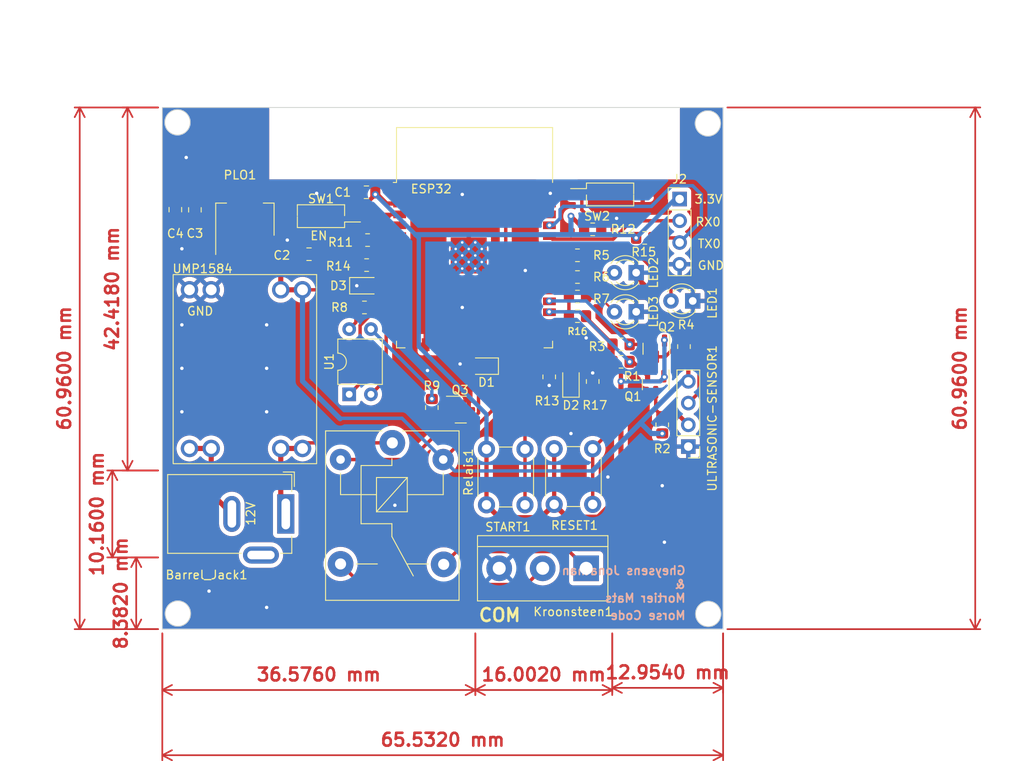
<source format=kicad_pcb>
(kicad_pcb (version 20221018) (generator pcbnew)
  (layers (0 "F.Cu" signal) (31 "B.Cu" signal) (34 "B.Paste" user) (35 "F.Paste" user) (36 "B.SilkS" user "B.Silkscreen") (37 "F.SilkS" user "F.Silkscreen") (38 "B.Mask" user) (39 "F.Mask" user) (44 "Edge.Cuts" user))
  (net 0 "")
  (net 1 "+3.3V")
  (net 2 "GND")
  (net 3 "VDD")
  (net 4 "GPIO2")
  (net 5 "RX0")
  (net 6 "TX0")
  (net 7 "/EN")
  (net 8 "GPIO0")
  (net 9 "GPIO5")
  (net 10 "Net-(D2-K)")
  (net 11 "Net-(D3-A)")
  (net 12 "Net-(Barrel_Jack1-Pad2)")
  (net 13 "Net-(LED1-A)")
  (net 14 "Net-(LED2-A)")
  (net 15 "Net-(LED3-A)")
  (net 16 "GPIO16")
  (net 17 "GPIO16-5V")
  (net 24 "GPIO17")
  (net 25 "GPIO17-5V")
  (net 26 "Net-(Q3-B)")
  (net 27 "GPIO18")
  (net 28 "GPIO19")
  (net 30 "GPIO32")
  (net 31 "GPIO4")
  (net 47 "+12V")
  (net 48 "Net-(Kroonsteen1-Pin_2)")
  (net 49 "Net-(Kroonsteen1-Pin_1)")
  (net 50 "Net-(D1-A)")
  (net 51 "Net-(R8-Pad2)")
  (net 52 "Net-(R9-Pad1)")
  (footprint "RF_Module:ESP32-WROOM-32" (layer "F.Cu") (at 64.935 48.685)
    (fp_text reference "ESP32")
    (fp_text value "ESP32-WROOM-32")
  )
  (footprint "Capacitor_SMD:C_0805_2012Metric_Pad1.18x1.45mm_HandSolder" (layer "F.Cu") (at 45.593 47.625)
    (fp_text reference "C2")
    (fp_text value "10uF")
  )
  (footprint "Library:U1584" (layer "F.Cu") (at 38.227 50.006)
    (fp_text reference "UMP1584")
    (fp_text value "MP1584")
  )
  (footprint "Package_TO_SOT_SMD:SOT-223-3_TabPin2" (layer "F.Cu") (at 38.1 43.561 90)
    (fp_text reference "PLO1")
    (fp_text value "AMS1117-3.3")
  )
  (footprint "LED_THT:LED_D3.0mm" (layer "F.Cu") (at 90.429 53.086 180)
    (fp_text reference "LED1")
    (fp_text value "YELLOW")
  )
  (footprint "Resistor_SMD:R_0805_2012Metric_Pad1.20x1.40mm_HandSolder" (layer "F.Cu") (at 82.058 60.198)
    (fp_text reference "R1")
    (fp_text value "10k")
  )
  (footprint "TerminalBlock:TerminalBlock_bornier-3_P5.08mm" (layer "F.Cu") (at 77.978 84.328 180)
    (fp_text reference "Kroonsteen1")
    (fp_text value "Screw_Terminal_01x03")
  )
  (footprint "Resistor_SMD:R_0805_2012Metric_Pad1.20x1.40mm_HandSolder" (layer "F.Cu") (at 84.82 45.72)
    (fp_text reference "R15")
    (fp_text value "10K")
  )
  (footprint "Connector_PinHeader_2.54mm:PinHeader_1x04_P2.54mm_Vertical" (layer "F.Cu") (at 88.9 41.18)
    (fp_text reference "J2")
    (fp_text value "Conn_01x04_Pin")
  )
  (footprint "Resistor_SMD:R_0805_2012Metric_Pad1.20x1.40mm_HandSolder" (layer "F.Cu") (at 59.944 65.548 -90)
    (fp_text reference "R9")
    (fp_text value "1k")
  )
  (footprint "Button_Switch_SMD:SW_DIP_SPSTx01_Slide_Copal_CHS-01B_W7.62mm_P1.27mm" (layer "F.Cu") (at 46.99 43.18 180)
    (fp_text reference "SW1")
    (fp_text value "EN")
  )
  (footprint "Resistor_SMD:R_0805_2012Metric_Pad1.20x1.40mm_HandSolder" (layer "F.Cu") (at 86.868 67.564 90)
    (fp_text reference "R2")
    (fp_text value "10k")
  )
  (footprint "Relay_THT:Relay_SPDT_SANYOU_SRD_Series_Form_C" (layer "F.Cu") (at 55.326 69.67 -90)
    (fp_text reference "Relais1")
    (fp_text value "SANYOU_SRD_Form_C")
  )
  (footprint "Resistor_SMD:R_0805_2012Metric_Pad1.20x1.40mm_HandSolder" (layer "F.Cu") (at 76.962 47.752)
    (fp_text reference "R5")
    (fp_text value "270")
  )
  (footprint "Button_Switch_THT:SW_PUSH_6mm" (layer "F.Cu") (at 66.33 76.91 90)
    (fp_text reference "START1")
    (fp_text value "SW_Push")
  )
  (footprint "Resistor_SMD:R_0805_2012Metric_Pad1.20x1.40mm_HandSolder" (layer "F.Cu") (at 82.058 58.166)
    (fp_text reference "R3")
    (fp_text value "10k")
  )
  (footprint "Resistor_SMD:R_0805_2012Metric_Pad1.20x1.40mm_HandSolder" (layer "F.Cu") (at 76.962 50.292)
    (fp_text reference "R6")
    (fp_text value "270")
  )
  (footprint "Package_DIP:DIP-4_W7.62mm" (layer "F.Cu") (at 50.287 63.998 90)
    (fp_text reference "U1")
    (fp_text value "EL817")
  )
  (footprint "Connector_PinHeader_2.54mm:PinHeader_1x04_P2.54mm_Vertical" (layer "F.Cu") (at 89.916 70.104 180)
    (fp_text reference "ULTRASONIC-SENSOR1")
    (fp_text value "Conn_01x04_Socket")
  )
  (footprint "Resistor_SMD:R_0805_2012Metric_Pad1.20x1.40mm_HandSolder" (layer "F.Cu") (at 78.74 62.5 90)
    (fp_text reference "R17")
    (fp_text value "1K")
  )
  (footprint "Package_TO_SOT_SMD:SOT-23" (layer "F.Cu") (at 86.1845 58.674 -90)
    (fp_text reference "Q2")
    (fp_text value "BSS138")
  )
  (footprint "Resistor_SMD:R_0805_2012Metric_Pad1.20x1.40mm_HandSolder" (layer "F.Cu") (at 52.324 48.895)
    (fp_text reference "R14")
    (fp_text value "1K")
  )
  (footprint "Resistor_SMD:R_0805_2012Metric_Pad1.20x1.40mm_HandSolder" (layer "F.Cu") (at 52.07 53.848)
    (fp_text reference "R8")
    (fp_text value "1k")
  )
  (footprint "Package_TO_SOT_SMD:SOT-23" (layer "F.Cu") (at 86.106 62.8165 -90)
    (fp_text reference "Q1")
    (fp_text value "BSS138")
  )
  (footprint "LED_THT:LED_D3.0mm" (layer "F.Cu") (at 83.82 49.784 180)
    (fp_text reference "LED2")
    (fp_text value "GREEN")
  )
  (footprint "Resistor_SMD:R_0805_2012Metric_Pad1.20x1.40mm_HandSolder" (layer "F.Cu") (at 76.962 52.578)
    (fp_text reference "R7")
    (fp_text value "270")
  )
  (footprint "LED_SMD:LED_0805_2012Metric_Pad1.15x1.40mm_HandSolder" (layer "F.Cu") (at 52.197 51.308)
    (fp_text reference "D3")
    (fp_text value "PWR")
  )
  (footprint "Capacitor_SMD:C_0805_2012Metric_Pad1.18x1.45mm_HandSolder" (layer "F.Cu") (at 52.3025 40.386 180)
    (fp_text reference "C1")
    (fp_text value "47uF/6.3V")
  )
  (footprint "Resistor_SMD:R_0805_2012Metric_Pad1.20x1.40mm_HandSolder" (layer "F.Cu") (at 89.408 58.42 90)
    (fp_text reference "R4")
    (fp_text value "10k")
  )
  (footprint "Resistor_SMD:R_0805_2012Metric_Pad1.20x1.40mm_HandSolder" (layer "F.Cu") (at 52.435 45.974)
    (fp_text reference "R11")
    (fp_text value "10K")
  )
  (footprint "Package_TO_SOT_SMD:SOT-23" (layer "F.Cu") (at 63.3245 65.786)
    (fp_text reference "Q3")
    (fp_text value "Q_NPN_BCE")
  )
  (footprint "Button_Switch_SMD:SW_DIP_SPSTx01_Slide_Copal_CHS-01B_W7.62mm_P1.27mm" (layer "F.Cu") (at 80.772 40.64)
    (fp_text reference "SW2")
    (fp_text value "FLASH")
  )
  (footprint "Button_Switch_THT:SW_PUSH_6mm" (layer "F.Cu") (at 74.24 76.858 90)
    (fp_text reference "RESET1")
    (fp_text value "SW_Push")
  )
  (footprint "Connector_BarrelJack:BarrelJack_GCT_DCJ200-10-A_Horizontal" (layer "F.Cu") (at 42.876 77.978 -90)
    (fp_text reference "Barrel_Jack1")
    (fp_text value "Barrel_Jack")
  )
  (footprint "LED_SMD:LED_0805_2012Metric_Pad1.15x1.40mm_HandSolder" (layer "F.Cu") (at 76.2 62.475 90)
    (fp_text reference "D2")
    (fp_text value "BLUE")
  )
  (footprint "Capacitor_SMD:C_0805_2012Metric_Pad1.18x1.45mm_HandSolder" (layer "F.Cu") (at 29.972 42.418 -90)
    (fp_text reference "C4")
    (fp_text value "10uF")
  )
  (footprint "Resistor_SMD:R_0805_2012Metric_Pad1.20x1.40mm_HandSolder" (layer "F.Cu") (at 73.66 61.96 90)
    (fp_text reference "R13")
    (fp_text value "10K")
  )
  (footprint "Diode_SMD:D_0805_2012Metric" (layer "F.Cu") (at 66.04 60.706 180)
    (fp_text reference "D1")
    (fp_text value "1n4148")
  )
  (footprint "Resistor_SMD:R_0805_2012Metric_Pad1.20x1.40mm_HandSolder" (layer "F.Cu") (at 76.962 54.864 180)
    (fp_text reference "R16")
    (fp_text value "10K")
  )
  (footprint "LED_THT:LED_D3.0mm" (layer "F.Cu") (at 83.825 54.356 180)
    (fp_text reference "LED3")
    (fp_text value "RED")
  )
  (footprint "Resistor_SMD:R_0805_2012Metric_Pad1.20x1.40mm_HandSolder" (layer "F.Cu") (at 78.74 44.72)
    (fp_text reference "R12")
    (fp_text value "10K")
  )
  (footprint "Capacitor_SMD:C_0805_2012Metric_Pad1.18x1.45mm_HandSolder" (layer "F.Cu") (at 32.258 42.4395 90)
    (fp_text reference "C3")
    (fp_text value "100nF")
  )
  (gr_circle (center 92.244939 89.662) (end 93.514939 90.424) (stroke (width 0.1)) (fill none) (layer "Edge.Cuts"))
  (gr_circle (center 30.226 32.215061) (end 31.496 32.977061) (stroke (width 0.1)) (fill none) (layer "Edge.Cuts"))
  (gr_circle (center 92.202 32.342061) (end 93.472 33.104061) (stroke (width 0.1)) (fill none) (layer "Edge.Cuts"))
  (gr_rect (start 28.448 30.48) (end 93.98 91.44) (stroke (width 0.1)) (fill none) (layer "Edge.Cuts"))
  (gr_circle (center 30.268939 89.619061) (end 31.538939 90.381061) (stroke (width 0.1)) (fill none) (layer "Edge.Cuts"))
  (gr_text "Morse Code" (at 89.7 90.425) (layer "B.SilkS") (effects (font (size 1 1) (thickness 0.2) bold) (justify left bottom mirror)))
  (gr_text "Gheysens Jonathan\n&\nMortier Mats" (at 89.7 88.4) (layer "B.SilkS") (effects (font (size 1 1) (thickness 0.2) bold) (justify left bottom mirror)))
  (gr_text "COM" (at 65.278 90.678) (layer "F.SilkS") (effects (font (size 1.5 1.5) (thickness 0.3) bold) (justify left bottom)))
  (gr_text "12V\n" (at 39.375 79.425 90) (layer "F.SilkS") (effects (font (size 1 1)) (justify left bottom)))
  (gr_text "TX0" (at 90.932 46.99) (layer "F.SilkS") (effects (font (size 1 1)) (justify left bottom)))
  (gr_text "GND" (at 90.932 49.53) (layer "F.SilkS") (effects (font (size 1 1)) (justify left bottom)))
  (gr_text "RX0" (at 90.678 44.45) (layer "F.SilkS") (effects (font (size 1 1)) (justify left bottom)))
  (gr_text "3.3V" (at 90.551 41.783) (layer "F.SilkS") (effects (font (size 1 1)) (justify left bottom)))
  (gr_text "GND" (at 31.242 54.864) (layer "F.SilkS") (effects (font (size 1 1)) (justify left bottom)))
  (dimension (type aligned) (layer "F.Cu") (pts (xy 65.024 91.44) (xy 28.448 91.44)) (height -7.112) (gr_text "36,5760 mm" (at 46.736 96.752) (layer "F.Cu") (effects (font (size 1.5 1.5) (thickness 0.3)))) (format (prefix "") (suffix "") (units 3) (units_format 1) (precision 4)) (style (thickness 0.2) (arrow_length 1.27) (text_position_mode 0) (extension_height 0.58642) (extension_offset 0.5) keep_text_aligned))
  (dimension (type aligned) (layer "F.Cu") (pts (xy 28.448 72.898) (xy 28.448 30.48)) (height -4.064) (gr_text "42,4180 mm" (at 22.584 51.689 90) (layer "F.Cu") (effects (font (size 1.5 1.5) (thickness 0.3)))) (format (prefix "") (suffix "") (units 3) (units_format 1) (precision 4)) (style (thickness 0.2) (arrow_length 1.27) (text_position_mode 0) (extension_height 0.58642) (extension_offset 0.5) keep_text_aligned))
  (dimension (type aligned) (layer "F.Cu") (pts (xy 28.448 83.058) (xy 28.448 72.898)) (height -5.842) (gr_text "10,1600 mm" (at 20.806 77.978 90) (layer "F.Cu") (effects (font (size 1.5 1.5) (thickness 0.3)))) (format (prefix "") (suffix "") (units 3) (units_format 1) (precision 4)) (style (thickness 0.2) (arrow_length 1.27) (text_position_mode 0) (extension_height 0.58642) (extension_offset 0.5) keep_text_aligned))
  (dimension (type aligned) (layer "F.Cu") (pts (xy 65.024 91.44) (xy 81.026 91.44)) (height 7.112) (gr_text "16,0020 mm" (at 73.025 96.752) (layer "F.Cu") (effects (font (size 1.5 1.5) (thickness 0.3)))) (format (prefix "") (suffix "") (units 3) (units_format 1) (precision 4)) (style (thickness 0.2) (arrow_length 1.27) (text_position_mode 0) (extension_height 0.58642) (extension_offset 0.5) keep_text_aligned))
  (dimension (type aligned) (layer "F.Cu") (pts (xy 93.98 91.44) (xy 81.026 91.44)) (height -6.858) (gr_text "12,9540 mm" (at 87.503 96.498) (layer "F.Cu") (effects (font (size 1.5 1.5) (thickness 0.3)))) (format (prefix "") (suffix "") (units 3) (units_format 1) (precision 4)) (style (thickness 0.2) (arrow_length 1.27) (text_position_mode 0) (extension_height 0.58642) (extension_offset 0.5) keep_text_aligned))
  (dimension (type aligned) (layer "F.Cu") (pts (xy 28.448 91.44) (xy 93.98 91.44)) (height 14.731999) (gr_text "65,5320 mm" (at 61.214 104.371999) (layer "F.Cu") (effects (font (size 1.5 1.5) (thickness 0.3)))) (format (prefix "") (suffix "") (units 3) (units_format 1) (precision 4)) (style (thickness 0.2) (arrow_length 1.27) (text_position_mode 0) (extension_height 0.58642) (extension_offset 0.5) keep_text_aligned))
  (dimension (type aligned) (layer "F.Cu") (pts (xy 28.448 91.44) (xy 28.448 30.48)) (height -9.652) (gr_text "60,9600 mm" (at 16.996 60.96 90) (layer "F.Cu") (effects (font (size 1.5 1.5) (thickness 0.3)))) (format (prefix "") (suffix "") (units 3) (units_format 1) (precision 4)) (style (thickness 0.2) (arrow_length 1.27) (text_position_mode 0) (extension_height 0.58642) (extension_offset 0.5) keep_text_aligned))
  (dimension (type aligned) (layer "F.Cu") (pts (xy 93.98 91.44) (xy 93.98 30.48)) (height 29.464) (gr_text "60,9600 mm" (at 121.644 60.96 90) (layer "F.Cu") (effects (font (size 1.5 1.5) (thickness 0.3)))) (format (prefix "") (suffix "") (units 3) (units_format 1) (precision 4)) (style (thickness 0.2) (arrow_length 1.27) (text_position_mode 0) (extension_height 0.58642) (extension_offset 0.5) keep_text_aligned))
  (dimension (type aligned) (layer "F.Cu") (pts (xy 28.448 83.058) (xy 28.448 91.44)) (height 3.047999) (gr_text "8,3820 mm" (at 23.600001 87.249 90) (layer "F.Cu") (effects (font (size 1.5 1.5) (thickness 0.3)))) (format (prefix "") (suffix "") (units 3) (units_format 1) (precision 4)) (style (thickness 0.2) (arrow_length 1.27) (text_position_mode 0) (extension_height 0.58642) (extension_offset 0.5) keep_text_aligned))
  (segment (start 51.435 45.974) (end 51.435 48.784) (width 0.5) (layer "F.Cu") (net 1))
  (segment (start 74.24 70.358) (end 74.24 76.858) (width 0.5) (layer "F.Cu") (net 1))
  (segment (start 77.962 55.07) (end 81.058 58.166) (width 0.5) (layer "F.Cu") (net 1))
  (segment (start 46.228 45.085) (end 49.403 41.91) (width 0.5) (layer "F.Cu") (net 1))
  (segment (start 67.83 78.41) (end 72.688 78.41) (width 0.6) (layer "F.Cu") (net 1))
  (segment (start 67.83 78.41) (end 66.33 76.91) (width 0.6) (layer "F.Cu") (net 1))
  (segment (start 54.659 41.705) (end 56.185 41.705) (width 0.5) (layer "F.Cu") (net 1))
  (segment (start 41.148 45.085) (end 45.212 45.085) (width 0.5) (layer "F.Cu") (net 1))
  (segment (start 72.688 78.41) (end 74.24 76.858) (width 0.6) (layer "F.Cu") (net 1))
  (segment (start 77.962 54.864) (end 77.962 55.07) (width 0.5) (layer "F.Cu") (net 1))
  (segment (start 51.435 48.784) (end 51.324 48.895) (width 0.5) (layer "F.Cu") (net 1))
  (segment (start 82.042 62.484) (end 82.042 61.182) (width 0.5) (layer "F.Cu") (net 1))
  (segment (start 51.34 45.879) (end 51.435 45.974) (width 0.5) (layer "F.Cu") (net 1))
  (segment (start 51.308 45.974) (end 51.435 45.974) (width 0.5) (layer "F.Cu") (net 1))
  (segment (start 53.34 40.386) (end 54.659 41.705) (width 0.5) (layer "F.Cu") (net 1))
  (segment (start 33.324 41.3805) (end 34.2935 40.411) (width 0.5) (layer "F.Cu") (net 1))
  (segment (start 82.042 75.677321) (end 82.042 62.484) (width 0.6) (layer "F.Cu") (net 1))
  (segment (start 45.212 45.085) (end 46.228 45.085) (width 0.5) (layer "F.Cu") (net 1))
  (segment (start 79.361321 78.358) (end 82.042 75.677321) (width 0.6) (layer "F.Cu") (net 1))
  (segment (start 66.33 76.91) (end 66.33 70.41) (width 0.5) (layer "F.Cu") (net 1))
  (segment (start 49.403 41.91) (end 52.07 41.91) (width 0.5) (layer "F.Cu") (net 1))
  (segment (start 77.74 44.72) (end 76.2 43.18) (width 0.5) (layer "F.Cu") (net 1))
  (segment (start 38.1 42.037) (end 38.1 46.711) (width 0.5) (layer "F.Cu") (net 1))
  (segment (start 74.24 76.858) (end 75.74 78.358) (width 0.6) (layer "F.Cu") (net 1))
  (segment (start 52.07 41.91) (end 53.34 40.64) (width 0.5) (layer "F.Cu") (net 1))
  (segment (start 82.042 61.182) (end 81.058 60.198) (width 0.5) (layer "F.Cu") (net 1))
  (segment (start 32.131 41.3805) (end 33.324 41.3805) (width 0.5) (layer "F.Cu") (net 1))
  (segment (start 32.2365 41.3805) (end 32.258 41.402) (width 0.5) (layer "F.Cu") (net 1))
  (segment (start 81.058 58.166) (end 81.058 60.198) (width 0.5) (layer "F.Cu") (net 1))
  (segment (start 50.419 45.085) (end 51.308 45.974) (width 0.5) (layer "F.Cu") (net 1))
  (segment (start 45.212 45.085) (end 50.419 45.085) (width 0.5) (layer "F.Cu") (net 1))
  (segment (start 38.1 40.411) (end 38.1 42.037) (width 0.5) (layer "F.Cu") (net 1))
  (segment (start 38.1 40.411) (end 34.2935 40.411) (width 0.5) (layer "F.Cu") (net 1))
  (segment (start 75.74 78.358) (end 79.361321 78.358) (width 0.6) (layer "F.Cu") (net 1))
  (segment (start 29.972 41.3805) (end 32.2365 41.3805) (width 0.5) (layer "F.Cu") (net 1))
  (segment (start 38.1 42.037) (end 41.148 45.085) (width 0.5) (layer "F.Cu") (net 1))
  (via (at 53.34 40.64) (size 0.8) (drill 0.4) (layers "F.Cu" "B.Cu") (net 1))
  (via (at 87.122 61.976) (size 0.8) (drill 0.4) (layers "F.Cu" "B.Cu") (net 1))
  (via (at 76.2 43.18) (size 0.8) (drill 0.4) (layers "F.Cu" "B.Cu") (net 1))
  (via (at 83.82 45.72) (size 0.8) (drill 0.4) (layers "F.Cu" "B.Cu") (net 1))
  (via (at 87.122 57.658) (size 0.8) (drill 0.4) (layers "F.Cu" "B.Cu") (net 1))
  (via (at 82.042 62.484) (size 0.8) (drill 0.4) (layers "F.Cu" "B.Cu") (net 1))
  (segment (start 82.042 62.484) (end 86.614 62.484) (width 0.5) (layer "B.Cu") (net 1))
  (segment (start 58.039 45.339) (end 53.34 40.64) (width 0.5) (layer "B.Cu") (net 1))
  (segment (start 83.439 45.339) (end 83.82 45.72) (width 0.6) (layer "B.Cu") (net 1))
  (segment (start 58.325 45.625) (end 58.039 45.339) (width 0.5) (layer "B.Cu") (net 1))
  (segment (start 88.9 41.18) (end 88.36 41.18) (width 0.5) (layer "B.Cu") (net 1))
  (segment (start 76.2 45.339) (end 83.439 45.339) (width 0.6) (layer "B.Cu") (net 1))
  (segment (start 58.42 45.625) (end 58.325 45.625) (width 0.5) (layer "B.Cu") (net 1))
  (segment (start 66.33 66.33) (end 58.42 58.42) (width 0.5) (layer "B.Cu") (net 1))
  (segment (start 83.82 45.72) (end 83.725 45.625) (width 0.5) (layer "B.Cu") (net 1))
  (segment (start 88.36 41.18) (end 83.82 45.72) (width 0.5) (layer "B.Cu") (net 1))
  (segment (start 58.039 45.339) (end 76.2 45.339) (width 0.6) (layer "B.Cu") (net 1))
  (segment (start 58.25 45.55) (end 58.039 45.339) (width 0.5) (layer "B.Cu") (net 1))
  (segment (start 87.122 61.976) (end 87.122 57.658) (width 0.5) (layer "B.Cu") (net 1))
  (segment (start 66.33 70.41) (end 66.33 66.33) (width 0.5) (layer "B.Cu") (net 1))
  (segment (start 76.2 45.339) (end 76.2 43.18) (width 0.6) (layer "B.Cu") (net 1))
  (segment (start 58.42 58.42) (end 58.42 45.625) (width 0.5) (layer "B.Cu") (net 1))
  (segment (start 86.614 62.484) (end 87.122 61.976) (width 0.5) (layer "B.Cu") (net 1))
  (segment (start 65.0175 46.25) (end 65.0175 47.0125) (width 0.6) (layer "F.Cu") (net 2))
  (segment (start 63.4925 47.0125) (end 64.255 47.775) (width 0.6) (layer "F.Cu") (net 2))
  (segment (start 83.82 50.292) (end 85.598 52.07) (width 0.6) (layer "F.Cu") (net 2))
  (segment (start 65.78 48.5375) (end 65.78 49.3) (width 0.4) (layer "F.Cu") (net 2))
  (segment (start 65.78 47.0125) (end 65.78 46.25) (width 0.4) (layer "F.Cu") (net 2))
  (segment (start 65.0175 47.0125) (end 64.255 47.775) (width 0.6) (layer "F.Cu") (net 2))
  (segment (start 83.82 49.784) (end 83.82 50.292) (width 0.6) (layer "F.Cu") (net 2))
  (segment (start 63.4925 49.3) (end 62.73 49.3) (width 0.4) (layer "F.Cu") (net 2))
  (segment (start 65.0175 46.25) (end 65.78 46.25) (width 0.4) (layer "F.Cu") (net 2))
  (segment (start 65.0175 49.3) (end 65.78 49.3) (width 0.4) (layer "F.Cu") (net 2))
  (segment (start 63.4925 46.25) (end 62.73 46.25) (width 0.4) (layer "F.Cu") (net 2))
  (segment (start 63.4925 46.25) (end 63.4925 47.0125) (width 0.6) (layer "F.Cu") (net 2))
  (via (at 30.734 46.99) (size 0.8) (drill 0.4) (layers "F.Cu" "B.Cu") (net 2))
  (via (at 78.74 61.5) (size 0.8) (drill 0.4) (layers "F.Cu" "B.Cu") (net 2))
  (via (at 80.518 73.66) (size 0.8) (drill 0.4) (layers "F.Cu" "B.Cu") (net 2))
  (via (at 77.978 57.404) (size 0.8) (drill 0.4) (layers "F.Cu" "B.Cu") (net 2))
  (via (at 81.534 43.434) (size 0.8) (drill 0.4) (layers "F.Cu" "B.Cu") (net 2))
  (via (at 33.909 86.995) (size 0.8) (drill 0.4) (layers "F.Cu" "B.Cu") (net 2))
  (via (at 55.626 76.962) (size 0.8) (drill 0.4) (layers "F.Cu" "B.Cu") (net 2))
  (via (at 40.64 60.96) (size 0.8) (drill 0.4) (layers "F.Cu" "B.Cu") (net 2))
  (via (at 73.787 40.513) (size 0.8) (drill 0.4) (layers "F.Cu" "B.Cu") (net 2))
  (via (at 70.866 49.53) (size 0.8) (drill 0.4) (layers "F.Cu" "B.Cu") (net 2))
  (via (at 76.2 68.58) (size 0.8) (drill 0.4) (layers "F.Cu" "B.Cu") (net 2))
  (via (at 73.66 62.96) (size 0.8) (drill 0.4) (layers "F.Cu" "B.Cu") (net 2))
  (via (at 31.242 36.322) (size 0.8) (drill 0.4) (layers "F.Cu" "B.Cu") (net 2))
  (via (at 30.734 60.96) (size 0.8) (drill 0.4) (layers "F.Cu" "B.Cu") (net 2))
  (via (at 30.734 66.04) (size 0.8) (drill 0.4) (layers "F.Cu" "B.Cu") (net 2))
  (via (at 63.5 53.848) (size 0.8) (drill 0.4) (layers "F.Cu" "B.Cu") (net 2))
  (via (at 40.64 66.04) (size 0.8) (drill 0.4) (layers "F.Cu" "B.Cu") (net 2))
  (via (at 59.436 61.214) (size 0.8) (drill 0.4) (layers "F.Cu" "B.Cu") (net 2))
  (via (at 43.053 45.974) (size 0.8) (drill 0.4) (layers "F.Cu" "B.Cu") (net 2))
  (via (at 63.5 40.64) (size 0.8) (drill 0.4) (layers "F.Cu" "B.Cu") (net 2))
  (via (at 86.868 74.676) (size 0.8) (drill 0.4) (layers "F.Cu" "B.Cu") (net 2))
  (via (at 46.482 40.513) (size 0.8) (drill 0.4) (layers "F.Cu" "B.Cu") (net 2))
  (via (at 63.246 60.452) (size 0.8) (drill 0.4) (layers "F.Cu" "B.Cu") (net 2))
  (via (at 87.122 81.28) (size 0.8) (drill 0.4) (layers "F.Cu" "B.Cu") (net 2))
  (via (at 40.64 55.88) (size 0.8) (drill 0.4) (layers "F.Cu" "B.Cu") (net 2))
  (via (at 30.734 55.88) (size 0.8) (drill 0.4) (layers "F.Cu" "B.Cu") (net 2))
  (via (at 40.64 88.9) (size 0.8) (drill 0.4) (layers "F.Cu" "B.Cu") (net 2))
  (via (at 51.172 51.308) (size 0.8) (drill 0.4) (layers "F.Cu" "B.Cu") (net 2))
  (segment (start 63.4925 46.25) (end 60.452 49.2905) (width 0.6) (layer "B.Cu") (net 2))
  (segment (start 65.0175 46.25) (end 67.818 49.0505) (width 0.6) (layer "B.Cu") (net 2))
  (segment (start 67.818 49.0505) (end 67.818 49.53) (width 0.6) (layer "B.Cu") (net 2))
  (segment (start 60.452 49.2905) (end 60.452 49.53) (width 0.6) (layer "B.Cu") (net 2))
  (segment (start 51.07 55.595) (end 50.287 56.378) (width 0.4) (layer "F.Cu") (net 3))
  (segment (start 61.276 71.62) (end 66.9775 65.9185) (width 0.4) (layer "F.Cu") (net 3))
  (segment (start 51.07 53.848) (end 51.07 55.595) (width 0.4) (layer "F.Cu") (net 3))
  (segment (start 66.9775 65.9185) (end 66.9775 60.706) (width 0.4) (layer "F.Cu") (net 3))
  (segment (start 89.916 59.928) (end 89.408 59.42) (width 0.5) (layer "F.Cu") (net 3))
  (segment (start 44.831 51.784) (end 49.006 51.784) (width 0.4) (layer "F.Cu") (net 3))
  (segment (start 42.291 49.022) (end 43.688 47.625) (width 0.6) (layer "F.Cu") (net 3))
  (segment (start 42.291 48.602) (end 40.4 46.711) (width 0.6) (layer "F.Cu") (net 3))
  (segment (start 42.291 51.784) (end 44.831 51.784) (width 0.6) (layer "F.Cu") (net 3))
  (segment (start 89.916 62.484) (end 89.916 59.928) (width 0.5) (layer "F.Cu") (net 3))
  (segment (start 49.006 51.784) (end 51.07 53.848) (width 0.4) (layer "F.Cu") (net 3))
  (segment (start 42.291 49.022) (end 42.291 48.602) (width 0.6) (layer "F.Cu") (net 3))
  (segment (start 43.688 47.625) (end 44.5555 47.625) (width 0.6) (layer "F.Cu") (net 3))
  (segment (start 42.291 51.784) (end 42.291 49.022) (width 0.6) (layer "F.Cu") (net 3))
  (via (at 86.868 68.58) (size 0.8) (drill 0.4) (layers "F.Cu" "B.Cu") (net 3))
  (segment (start 78.721497 72.948503) (end 62.604503 72.948503) (width 0.4) (layer "B.Cu") (net 3))
  (segment (start 62.604503 72.948503) (end 61.276 71.62) (width 0.4) (layer "B.Cu") (net 3))
  (segment (start 84.344 67.326) (end 89.662 62.008) (width 0.6) (layer "B.Cu") (net 3))
  (segment (start 49.276 66.802) (end 49.225497 66.852503) (width 0.4) (layer "B.Cu") (net 3))
  (segment (start 84.344 67.326) (end 85.598 68.58) (width 0.6) (layer "B.Cu") (net 3))
  (segment (start 49.225497 66.852503) (end 44.831 62.458006) (width 0.6) (layer "B.Cu") (net 3))
  (segment (start 56.458 66.802) (end 49.276 66.802) (width 0.4) (layer "B.Cu") (net 3))
  (segment (start 44.831 62.458006) (end 44.831 51.784) (width 0.6) (layer "B.Cu") (net 3))
  (segment (start 61.276 71.62) (end 56.458 66.802) (width 0.4) (layer "B.Cu") (net 3))
  (segment (start 78.721497 72.948503) (end 84.344 67.326) (width 0.6) (layer "B.Cu") (net 3))
  (segment (start 85.598 68.58) (end 86.868 68.58) (width 0.6) (layer "B.Cu") (net 3))
  (segment (start 73.66 60.96) (end 70.83 63.79) (width 0.4) (layer "F.Cu") (net 4))
  (segment (start 70.83 70.41) (end 70.83 76.91) (width 0.4) (layer "F.Cu") (net 4))
  (segment (start 75.71 60.96) (end 76.2 61.45) (width 0.4) (layer "F.Cu") (net 4))
  (segment (start 70.83 63.79) (end 70.83 70.41) (width 0.4) (layer "F.Cu") (net 4))
  (segment (start 70.655 58.195) (end 70.895 58.195) (width 0.4) (layer "F.Cu") (net 4))
  (segment (start 70.895 58.195) (end 73.66 60.96) (width 0.4) (layer "F.Cu") (net 4))
  (segment (start 73.66 60.96) (end 75.71 60.96) (width 0.4) (layer "F.Cu") (net 4))
  (segment (start 74.04 45.87) (end 73.685 45.515) (width 0.4) (layer "F.Cu") (net 5))
  (segment (start 73.685 45.515) (end 73.915 45.745) (width 0.4) (layer "F.Cu") (net 5))
  (segment (start 81.13 45.87) (end 74.04 45.87) (width 0.4) (layer "F.Cu") (net 5))
  (segment (start 83.28 43.72) (end 81.13 45.87) (width 0.4) (layer "F.Cu") (net 5))
  (segment (start 88.9 43.72) (end 83.28 43.72) (width 0.4) (layer "F.Cu") (net 5))
  (segment (start 85.82 45.72) (end 88.36 45.72) (width 0.4) (layer "F.Cu") (net 6))
  (segment (start 88.36 45.72) (end 88.9 46.26) (width 0.4) (layer "F.Cu") (net 6))
  (via (at 73.685 44.245) (size 0.8) (drill 0.4) (layers "F.Cu" "B.Cu") (net 6))
  (segment (start 91.44 40.64) (end 91.44 43.72) (width 0.4) (layer "B.Cu") (net 6))
  (segment (start 91.44 43.72) (end 88.9 46.26) (width 0.4) (layer "B.Cu") (net 6))
  (segment (start 85.598 42.037) (end 88.011 39.624) (width 0.4) (layer "B.Cu") (net 6))
  (segment (start 74.93 43.434) (end 74.93 42.418) (width 0.4) (layer "B.Cu") (net 6))
  (segment (start 74.93 42.418) (end 75.311 42.037) (width 0.4) (layer "B.Cu") (net 6))
  (segment (start 90.424 39.624) (end 91.44 40.64) (width 0.4) (layer "B.Cu") (net 6))
  (segment (start 74.119 44.245) (end 74.93 43.434) (width 0.4) (layer "B.Cu") (net 6))
  (segment (start 75.311 42.037) (end 85.598 42.037) (width 0.4) (layer "B.Cu") (net 6))
  (segment (start 88.011 39.624) (end 90.424 39.624) (width 0.4) (layer "B.Cu") (net 6))
  (segment (start 73.685 44.245) (end 74.119 44.245) (width 0.4) (layer "B.Cu") (net 6))
  (segment (start 55.185 42.975) (end 56.185 42.975) (width 0.4) (layer "F.Cu") (net 7))
  (segment (start 53.435 45.974) (end 53.467 45.974) (width 0.4) (layer "F.Cu") (net 7))
  (segment (start 56.185 42.975) (end 51.005 42.975) (width 0.4) (layer "F.Cu") (net 7))
  (segment (start 51.005 42.975) (end 50.8 43.18) (width 0.4) (layer "F.Cu") (net 7))
  (segment (start 54.483 43.677) (end 55.185 42.975) (width 0.4) (layer "F.Cu") (net 7))
  (segment (start 53.467 45.974) (end 54.483 44.958) (width 0.4) (layer "F.Cu") (net 7))
  (segment (start 54.483 44.958) (end 54.483 43.677) (width 0.4) (layer "F.Cu") (net 7))
  (segment (start 68.58 43.69) (end 68.58 52.84) (width 0.4) (layer "F.Cu") (net 8))
  (segment (start 77.47 40.64) (end 77.47 42.45) (width 0.4) (layer "F.Cu") (net 8))
  (segment (start 71.375 40.895) (end 68.58 43.69) (width 0.4) (layer "F.Cu") (net 8))
  (segment (start 72.61 39.66) (end 71.375 40.895) (width 0.4) (layer "F.Cu") (net 8))
  (segment (start 72.735 39.535) (end 71.375 40.895) (width 0.4) (layer "F.Cu") (net 8))
  (segment (start 77.47 40.64) (end 76.49 39.66) (width 0.4) (layer "F.Cu") (net 8))
  (segment (start 76.49 39.66) (end 76.365 39.535) (width 0.4) (layer "F.Cu") (net 8))
  (segment (start 77.47 42.45) (end 79.74 44.72) (width 0.4) (layer "F.Cu") (net 8))
  (segment (start 68.58 52.84) (end 72.685 56.945) (width 0.4) (layer "F.Cu") (net 8))
  (segment (start 76.365 39.535) (end 72.735 39.535) (width 0.4) (layer "F.Cu") (net 8))
  (segment (start 72.685 56.945) (end 73.685 56.945) (width 0.4) (layer "F.Cu") (net 8))
  (segment (start 75.0825 51.865) (end 76.0495 52.832) (width 0.25) (layer "F.Cu") (net 9))
  (segment (start 74.979 51.865) (end 73.685 51.865) (width 0.4) (layer "F.Cu") (net 9))
  (segment (start 75.962 52.578) (end 75.962 54.864) (width 0.4) (layer "F.Cu") (net 9))
  (segment (start 74.979 51.865) (end 75.0825 51.865) (width 0.25) (layer "F.Cu") (net 9))
  (segment (start 76.2 63.5) (end 78.74 63.5) (width 0.4) (layer "F.Cu") (net 10))
  (segment (start 53.222 48.997) (end 53.324 48.895) (width 0.4) (layer "F.Cu") (net 11))
  (segment (start 53.222 51.308) (end 53.222 48.997) (width 0.4) (layer "F.Cu") (net 11))
  (segment (start 34.163 75.565) (end 36.576 77.978) (width 0.6) (layer "F.Cu") (net 12))
  (segment (start 34.163 70.326) (end 34.163 75.565) (width 0.6) (layer "F.Cu") (net 12))
  (segment (start 31.623 70.326) (end 34.163 70.326) (width 0.6) (layer "F.Cu") (net 12))
  (segment (start 77.8745 47.752) (end 84.074 47.752) (width 0.25) (layer "F.Cu") (net 13))
  (segment (start 87.889 53.086) (end 87.889 51.253) (width 0.4) (layer "F.Cu") (net 13))
  (segment (start 84.388 47.752) (end 77.962 47.752) (width 0.4) (layer "F.Cu") (net 13))
  (segment (start 84.074 47.752) (end 87.884 51.562) (width 0.25) (layer "F.Cu") (net 13))
  (segment (start 87.889 51.253) (end 84.388 47.752) (width 0.4) (layer "F.Cu") (net 13))
  (segment (start 78.3825 49.784) (end 81.28 49.784) (width 0.25) (layer "F.Cu") (net 14))
  (segment (start 77.8745 50.292) (end 78.3825 49.784) (width 0.25) (layer "F.Cu") (net 14))
  (segment (start 77.8745 52.832) (end 79.761 52.832) (width 0.25) (layer "F.Cu") (net 15))
  (segment (start 79.761 52.832) (end 81.285 54.356) (width 0.25) (layer "F.Cu") (net 15))
  (segment (start 83.058 60.198) (end 83.475 60.198) (width 0.4) (layer "F.Cu") (net 16))
  (segment (start 83.475 60.198) (end 85.156 61.879) (width 0.4) (layer "F.Cu") (net 16))
  (via (at 83.058 60.198) (size 0.8) (drill 0.4) (layers "F.Cu" "B.Cu") (net 16))
  (via (at 73.66 54.356) (size 0.8) (drill 0.4) (layers "F.Cu" "B.Cu") (net 16))
  (segment (start 77.216 54.356) (end 83.058 60.198) (width 0.4) (layer "B.Cu") (net 16))
  (segment (start 73.66 54.356) (end 77.216 54.356) (width 0.4) (layer "B.Cu") (net 16))
  (segment (start 86.868 66.564) (end 88.916 66.564) (width 0.5) (layer "F.Cu") (net 17))
  (segment (start 88.916 66.564) (end 89.916 67.564) (width 0.5) (layer "F.Cu") (net 17))
  (segment (start 86.106 63.754) (end 86.106 65.802) (width 0.4) (layer "F.Cu") (net 17))
  (segment (start 86.106 65.802) (end 86.868 66.564) (width 0.4) (layer "F.Cu") (net 17))
  (segment (start 84.805 58.166) (end 85.2345 57.7365) (width 0.4) (layer "F.Cu") (net 24))
  (segment (start 83.058 58.166) (end 84.805 58.166) (width 0.4) (layer "F.Cu") (net 24))
  (via (at 73.66 53.086) (size 0.8) (drill 0.4) (layers "F.Cu" "B.Cu") (net 24))
  (via (at 83.058 58.166) (size 0.8) (drill 0.4) (layers "F.Cu" "B.Cu") (net 24))
  (segment (start 77.978 53.086) (end 83.058 58.166) (width 0.4) (layer "B.Cu") (net 24))
  (segment (start 73.66 53.086) (end 77.978 53.086) (width 0.4) (layer "B.Cu") (net 24))
  (segment (start 89.408 57.42) (end 91.166 59.178) (width 0.4) (layer "F.Cu") (net 25))
  (segment (start 91.166 59.178) (end 91.166 63.774) (width 0.4) (layer "F.Cu") (net 25))
  (segment (start 91.166 63.774) (end 89.916 65.024) (width 0.4) (layer "F.Cu") (net 25))
  (segment (start 89.408 57.42) (end 87.2165 59.6115) (width 0.4) (layer "F.Cu") (net 25))
  (segment (start 87.2165 59.6115) (end 86.1845 59.6115) (width 0.4) (layer "F.Cu") (net 25))
  (segment (start 60.675 66.548) (end 62.387 64.836) (width 0.4) (layer "F.Cu") (net 26))
  (segment (start 59.944 66.548) (end 60.675 66.548) (width 0.4) (layer "F.Cu") (net 26))
  (segment (start 73.685 50.595) (end 75.7465 50.595) (width 0.25) (layer "F.Cu") (net 27))
  (segment (start 75.7465 50.595) (end 76.0495 50.292) (width 0.25) (layer "F.Cu") (net 27))
  (segment (start 74.389 49.325) (end 75.962 47.752) (width 0.4) (layer "F.Cu") (net 28))
  (segment (start 73.685 49.325) (end 74.389 49.325) (width 0.4) (layer "F.Cu") (net 28))
  (segment (start 54.61 49.9) (end 54.61 62.215) (width 0.4) (layer "F.Cu") (net 30))
  (segment (start 56.185 49.325) (end 55.185 49.325) (width 0.4) (layer "F.Cu") (net 30))
  (segment (start 55.185 49.325) (end 54.61 49.9) (width 0.4) (layer "F.Cu") (net 30))
  (segment (start 54.61 62.215) (end 52.827 63.998) (width 0.4) (layer "F.Cu") (net 30))
  (segment (start 80.899 61.889) (end 80.6885 61.6785) (width 0.4) (layer "F.Cu") (net 31))
  (segment (start 78.74 76.858) (end 78.74 70.358) (width 0.4) (layer "F.Cu") (net 31))
  (segment (start 80.899 68.199) (end 78.74 70.358) (width 0.4) (layer "F.Cu") (net 31))
  (segment (start 80.899 61.889) (end 80.899 68.199) (width 0.4) (layer "F.Cu") (net 31))
  (segment (start 74.685 55.675) (end 80.6885 61.6785) (width 0.4) (layer "F.Cu") (net 31))
  (segment (start 73.685 55.675) (end 74.685 55.675) (width 0.4) (layer "F.Cu") (net 31))
  (segment (start 42.291 70.326) (end 42.291 77.393) (width 0.6) (layer "F.Cu") (net 47))
  (segment (start 42.291 70.326) (end 44.831 70.326) (width 0.6) (layer "F.Cu") (net 47))
  (segment (start 42.291 77.393) (end 42.876 77.978) (width 0.6) (layer "F.Cu") (net 47))
  (segment (start 55.326 69.67) (end 45.487 69.67) (width 0.4) (layer "F.Cu") (net 47))
  (segment (start 45.487 69.67) (end 44.831 70.326) (width 0.4) (layer "F.Cu") (net 47))
  (segment (start 70.998 86.228) (end 51.684 86.228) (width 0.4) (layer "F.Cu") (net 48))
  (segment (start 51.684 86.228) (end 49.276 83.82) (width 0.4) (layer "F.Cu") (net 48))
  (segment (start 72.898 84.328) (end 70.998 86.228) (width 0.4) (layer "F.Cu") (net 48))
  (segment (start 62.826 82.37) (end 76.02 82.37) (width 0.4) (layer "F.Cu") (net 49))
  (segment (start 76.02 82.37) (end 77.978 84.328) (width 0.4) (layer "F.Cu") (net 49))
  (segment (start 61.326 83.87) (end 62.826 82.37) (width 0.4) (layer "F.Cu") (net 49))
  (segment (start 65.3995 66.163817) (end 64.827317 66.736) (width 0.4) (layer "F.Cu") (net 50))
  (segment (start 62.387 66.736) (end 57.503 71.62) (width 0.4) (layer "F.Cu") (net 50))
  (segment (start 57.503 71.62) (end 49.276 71.62) (width 0.4) (layer "F.Cu") (net 50))
  (segment (start 64.827317 66.736) (end 62.387 66.736) (width 0.4) (layer "F.Cu") (net 50))
  (segment (start 65.1025 60.706) (end 65.3995 61.003) (width 0.4) (layer "F.Cu") (net 50))
  (segment (start 65.3995 61.003) (end 65.3995 66.163817) (width 0.4) (layer "F.Cu") (net 50))
  (segment (start 51.562 62.723) (end 50.287 63.998) (width 0.4) (layer "F.Cu") (net 51))
  (segment (start 51.562 55.945943) (end 51.562 62.723) (width 0.4) (layer "F.Cu") (net 51))
  (segment (start 53.07 53.848) (end 53.07 54.437943) (width 0.4) (layer "F.Cu") (net 51))
  (segment (start 53.07 54.437943) (end 51.562 55.945943) (width 0.4) (layer "F.Cu") (net 51))
  (via (at 59.944 64.516) (size 0.8) (drill 0.4) (layers "F.Cu" "B.Cu") (net 52))
  (segment (start 59.944 63.495) (end 52.827 56.378) (width 0.4) (layer "B.Cu") (net 52))
  (segment (start 59.944 64.516) (end 59.944 63.495) (width 0.4) (layer "B.Cu") (net 52))
  (zone (net 2) (net_name "GND") (layer "F.Cu") (connect_pads (clearance 0.5)) (min_thickness 0.25) (fill yes (thermal_gap 0.5) (thermal_bridge_width 0.5))
    (polygon (pts (xy 28.448 30.48) (xy 93.98 30.48) (xy 93.98 91.44) (xy 28.448 91.44)))
  )
  (zone (net 2) (net_name "GND") (layer "B.Cu") (priority 1) (connect_pads (clearance 0.5)) (min_thickness 0.25) (fill yes (thermal_gap 0.5) (thermal_bridge_width 0.5))
    (polygon (pts (xy 28.448 30.48) (xy 93.98 30.48) (xy 93.98 91.44) (xy 28.448 91.44)))
  )
)
</source>
